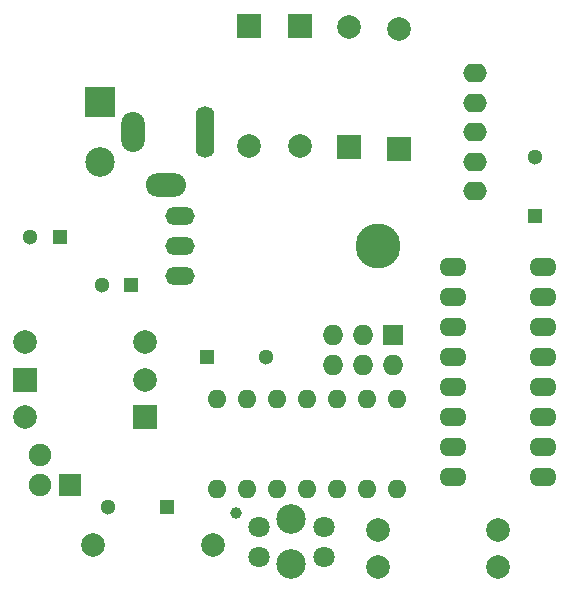
<source format=gts>
G04 #@! TF.FileFunction,Soldermask,Top*
%FSLAX46Y46*%
G04 Gerber Fmt 4.6, Leading zero omitted, Abs format (unit mm)*
G04 Created by KiCad (PCBNEW 4.0.2-stable) date 17/06/2016 14:35:20*
%MOMM*%
G01*
G04 APERTURE LIST*
%ADD10C,0.150000*%
%ADD11O,2.300000X1.600000*%
%ADD12O,1.600000X1.600000*%
%ADD13O,2.000000X1.600000*%
%ADD14C,1.800000*%
%ADD15C,2.500000*%
%ADD16C,1.000000*%
%ADD17R,1.300000X1.300000*%
%ADD18C,1.300000*%
%ADD19O,1.600200X4.399280*%
%ADD20O,1.998980X3.401060*%
%ADD21O,3.401060X1.998980*%
%ADD22C,1.998980*%
%ADD23R,1.998980X1.998980*%
%ADD24R,2.499360X2.499360*%
%ADD25C,2.499360*%
%ADD26R,1.727200X1.727200*%
%ADD27O,1.727200X1.727200*%
%ADD28O,2.499360X1.501140*%
%ADD29C,3.799840*%
%ADD30R,1.905000X1.905000*%
%ADD31C,1.905000*%
G04 APERTURE END LIST*
D10*
D11*
X218694000Y-142668000D03*
X218694000Y-145208000D03*
X218694000Y-147748000D03*
X218694000Y-150288000D03*
X218694000Y-152828000D03*
X218694000Y-155368000D03*
X218694000Y-157908000D03*
X218694000Y-160448000D03*
X226314000Y-160448000D03*
X226314000Y-157908000D03*
X226314000Y-155368000D03*
X226314000Y-152828000D03*
X226314000Y-150288000D03*
X226314000Y-147748000D03*
X226314000Y-145208000D03*
X226314000Y-142668000D03*
D12*
X198739000Y-161463000D03*
X201279000Y-161463000D03*
X203819000Y-161463000D03*
X206359000Y-161463000D03*
X208899000Y-161463000D03*
X211439000Y-161463000D03*
X213979000Y-161463000D03*
X213979000Y-153843000D03*
X211439000Y-153843000D03*
X208899000Y-153843000D03*
X206359000Y-153843000D03*
X203819000Y-153843000D03*
X201279000Y-153843000D03*
X198739000Y-153843000D03*
D13*
X220599000Y-126238000D03*
X220599000Y-128738000D03*
X220599000Y-131238000D03*
X220599000Y-133738000D03*
X220599000Y-136238000D03*
D14*
X202250000Y-167174000D03*
X202250000Y-164634000D03*
X207750000Y-164634000D03*
X207750000Y-167174000D03*
D15*
X205000000Y-167804000D03*
X205000000Y-164004000D03*
D16*
X200350000Y-163454000D03*
D17*
X197866000Y-150288000D03*
D18*
X202866000Y-150288000D03*
D17*
X194524000Y-162988000D03*
D18*
X189524000Y-162988000D03*
D17*
X225679000Y-138343000D03*
D18*
X225679000Y-133343000D03*
D19*
X197739000Y-131238000D03*
D20*
X191643000Y-131238000D03*
D21*
X194437000Y-135683000D03*
D22*
X201424540Y-132381000D03*
D23*
X201424540Y-122221000D03*
D22*
X205745080Y-132381000D03*
D23*
X205745080Y-122221000D03*
D22*
X209931000Y-122348000D03*
D23*
X209931000Y-132508000D03*
D22*
X214122000Y-122475000D03*
D23*
X214122000Y-132635000D03*
D22*
X182499000Y-155370540D03*
D23*
X192659000Y-155370540D03*
D22*
X192659000Y-152190460D03*
D23*
X182499000Y-152190460D03*
D24*
X188849000Y-128698000D03*
D25*
X188849000Y-133778000D03*
D26*
X213614000Y-148383000D03*
D27*
X213614000Y-150923000D03*
X211074000Y-148383000D03*
X211074000Y-150923000D03*
X208534000Y-148383000D03*
X208534000Y-150923000D03*
D22*
X198374000Y-166163000D03*
X188214000Y-166163000D03*
X222504000Y-168068000D03*
X212344000Y-168068000D03*
X192659000Y-149018000D03*
X182499000Y-149018000D03*
X222504000Y-164893000D03*
X212344000Y-164893000D03*
D28*
X195595000Y-140843000D03*
X195595000Y-138303000D03*
X195595000Y-143383000D03*
D29*
X212359000Y-140843000D03*
D18*
X182920000Y-140128000D03*
D17*
X185420000Y-140128000D03*
D18*
X188976000Y-144192000D03*
D17*
X191476000Y-144192000D03*
D30*
X186309000Y-161083000D03*
D31*
X183769000Y-158543000D03*
X183769000Y-161083000D03*
M02*

</source>
